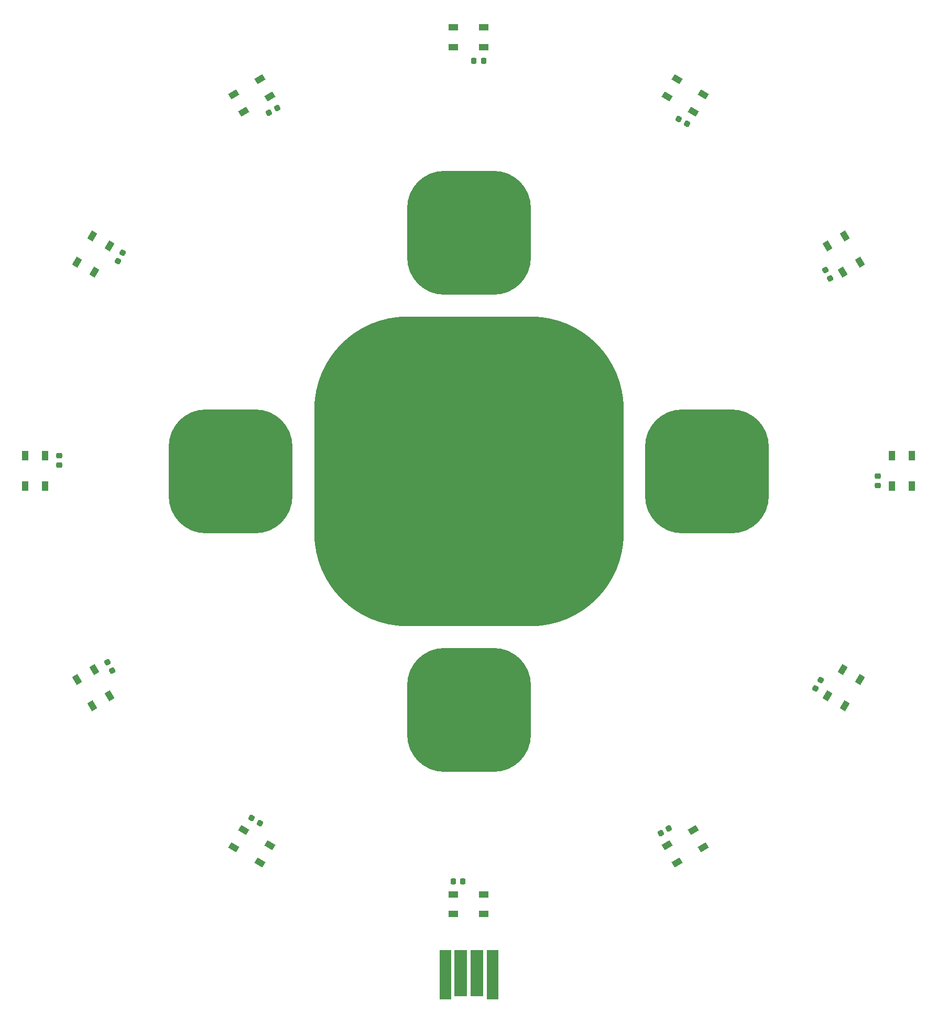
<source format=gtp>
G04 #@! TF.GenerationSoftware,KiCad,Pcbnew,6.0.11-2627ca5db0~126~ubuntu20.04.1*
G04 #@! TF.CreationDate,2023-02-06T20:23:24+01:00*
G04 #@! TF.ProjectId,Semafor,53656d61-666f-4722-9e6b-696361645f70,rev?*
G04 #@! TF.SameCoordinates,Original*
G04 #@! TF.FileFunction,Paste,Top*
G04 #@! TF.FilePolarity,Positive*
%FSLAX46Y46*%
G04 Gerber Fmt 4.6, Leading zero omitted, Abs format (unit mm)*
G04 Created by KiCad (PCBNEW 6.0.11-2627ca5db0~126~ubuntu20.04.1) date 2023-02-06 20:23:24*
%MOMM*%
%LPD*%
G01*
G04 APERTURE LIST*
G04 Aperture macros list*
%AMRoundRect*
0 Rectangle with rounded corners*
0 $1 Rounding radius*
0 $2 $3 $4 $5 $6 $7 $8 $9 X,Y pos of 4 corners*
0 Add a 4 corners polygon primitive as box body*
4,1,4,$2,$3,$4,$5,$6,$7,$8,$9,$2,$3,0*
0 Add four circle primitives for the rounded corners*
1,1,$1+$1,$2,$3*
1,1,$1+$1,$4,$5*
1,1,$1+$1,$6,$7*
1,1,$1+$1,$8,$9*
0 Add four rect primitives between the rounded corners*
20,1,$1+$1,$2,$3,$4,$5,0*
20,1,$1+$1,$4,$5,$6,$7,0*
20,1,$1+$1,$6,$7,$8,$9,0*
20,1,$1+$1,$8,$9,$2,$3,0*%
%AMRotRect*
0 Rectangle, with rotation*
0 The origin of the aperture is its center*
0 $1 length*
0 $2 width*
0 $3 Rotation angle, in degrees counterclockwise*
0 Add horizontal line*
21,1,$1,$2,0,0,$3*%
G04 Aperture macros list end*
%ADD10RoundRect,6.000000X-4.000000X-4.000000X4.000000X-4.000000X4.000000X4.000000X-4.000000X4.000000X0*%
%ADD11RotRect,1.500000X1.000000X60.000000*%
%ADD12R,1.000000X1.500000*%
%ADD13R,1.900000X8.000000*%
%ADD14R,2.000000X7.500000*%
%ADD15RoundRect,0.225000X-0.225000X-0.250000X0.225000X-0.250000X0.225000X0.250000X-0.225000X0.250000X0*%
%ADD16RoundRect,0.225000X0.104006X-0.319856X0.329006X0.069856X-0.104006X0.319856X-0.329006X-0.069856X0*%
%ADD17RoundRect,0.225000X-0.319856X-0.104006X0.069856X-0.329006X0.319856X0.104006X-0.069856X0.329006X0*%
%ADD18RoundRect,0.225000X-0.250000X0.225000X-0.250000X-0.225000X0.250000X-0.225000X0.250000X0.225000X0*%
%ADD19R,1.500000X1.000000*%
%ADD20RoundRect,0.225000X-0.329006X0.069856X-0.104006X-0.319856X0.329006X-0.069856X0.104006X0.319856X0*%
%ADD21RoundRect,0.225000X-0.069856X-0.329006X0.319856X-0.104006X0.069856X0.329006X-0.319856X0.104006X0*%
%ADD22RoundRect,15.000000X-10.000000X-10.000000X10.000000X-10.000000X10.000000X10.000000X-10.000000X10.000000X0*%
%ADD23RotRect,1.500000X1.000000X120.000000*%
%ADD24RotRect,1.500000X1.000000X300.000000*%
%ADD25RotRect,1.500000X1.000000X30.000000*%
%ADD26RoundRect,0.225000X0.319856X0.104006X-0.069856X0.329006X-0.319856X-0.104006X0.069856X-0.329006X0*%
%ADD27RoundRect,0.225000X0.250000X-0.225000X0.250000X0.225000X-0.250000X0.225000X-0.250000X-0.225000X0*%
%ADD28RoundRect,0.225000X0.225000X0.250000X-0.225000X0.250000X-0.225000X-0.250000X0.225000X-0.250000X0*%
%ADD29RotRect,1.500000X1.000000X240.000000*%
%ADD30RotRect,1.500000X1.000000X150.000000*%
%ADD31RoundRect,0.225000X-0.104006X0.319856X-0.329006X-0.069856X0.104006X-0.319856X0.329006X0.069856X0*%
%ADD32RotRect,1.500000X1.000000X210.000000*%
%ADD33RoundRect,0.225000X0.069856X0.329006X-0.319856X0.104006X-0.069856X-0.329006X0.319856X-0.104006X0*%
%ADD34RoundRect,0.225000X0.329006X-0.069856X0.104006X0.319856X-0.329006X0.069856X-0.104006X-0.319856X0*%
%ADD35RotRect,1.500000X1.000000X330.000000*%
G04 APERTURE END LIST*
D10*
G04 #@! TO.C,BTN3_DOWN1*
X-100000000Y61500000D03*
G04 #@! TD*
D11*
G04 #@! TO.C,D5*
X-42038862Y63778239D03*
X-39267580Y62178239D03*
X-36817580Y66421763D03*
X-39588862Y68021763D03*
G04 #@! TD*
D12*
G04 #@! TO.C,D4*
X-31650000Y97650001D03*
X-28450000Y97650001D03*
X-28450000Y102550001D03*
X-31650000Y102550001D03*
G04 #@! TD*
G04 #@! TO.C,D10*
X-168450000Y102550000D03*
X-171650000Y102550000D03*
X-171650000Y97650000D03*
X-168450000Y97650000D03*
G04 #@! TD*
D13*
G04 #@! TO.C,J2*
X-96190000Y18700000D03*
D14*
X-98700000Y18950000D03*
X-101300000Y18950000D03*
D13*
X-103810000Y18700000D03*
G04 #@! TD*
D15*
G04 #@! TO.C,C24*
X-102525000Y33800000D03*
X-100975000Y33800000D03*
G04 #@! TD*
D16*
G04 #@! TO.C,C20*
X-43975000Y64957660D03*
X-43200000Y66300000D03*
G04 #@! TD*
D17*
G04 #@! TO.C,C21*
X-135100000Y44000000D03*
X-133757660Y43225000D03*
G04 #@! TD*
D18*
G04 #@! TO.C,C17*
X-166150000Y102525000D03*
X-166150000Y100975000D03*
G04 #@! TD*
D19*
G04 #@! TO.C,D7*
X-102500000Y31700000D03*
X-102500000Y28500000D03*
X-97600000Y28500000D03*
X-97600000Y31700000D03*
G04 #@! TD*
D20*
G04 #@! TO.C,C18*
X-158437500Y69171170D03*
X-157662500Y67828830D03*
G04 #@! TD*
D21*
G04 #@! TO.C,C11*
X-69021170Y41562500D03*
X-67678830Y42337500D03*
G04 #@! TD*
D22*
G04 #@! TO.C,BTN1_ENTER1*
X-100000000Y100000000D03*
G04 #@! TD*
D19*
G04 #@! TO.C,D1*
X-97600000Y168500000D03*
X-97600000Y171700000D03*
X-102500000Y171700000D03*
X-102500000Y168500000D03*
G04 #@! TD*
D23*
G04 #@! TO.C,D3*
X-39588862Y132178238D03*
X-36817580Y133778238D03*
X-39267580Y138021762D03*
X-42038862Y136421762D03*
G04 #@! TD*
D24*
G04 #@! TO.C,D9*
X-160511137Y68021762D03*
X-163282419Y66421762D03*
X-160832419Y62178238D03*
X-158061137Y63778238D03*
G04 #@! TD*
D25*
G04 #@! TO.C,D6*
X-67971762Y39638863D03*
X-66371762Y36867581D03*
X-62128238Y39317581D03*
X-63728238Y42088863D03*
G04 #@! TD*
D26*
G04 #@! TO.C,C16*
X-64778830Y156162500D03*
X-66121170Y156937500D03*
G04 #@! TD*
D27*
G04 #@! TO.C,C22*
X-33900000Y97675000D03*
X-33900000Y99225000D03*
G04 #@! TD*
D28*
G04 #@! TO.C,C23*
X-97625000Y166300000D03*
X-99175000Y166300000D03*
G04 #@! TD*
D29*
G04 #@! TO.C,D11*
X-158061137Y136421762D03*
X-160832419Y138021762D03*
X-163282419Y133778238D03*
X-160511137Y132178238D03*
G04 #@! TD*
D30*
G04 #@! TO.C,D2*
X-63728238Y158111137D03*
X-62128238Y160882419D03*
X-66371762Y163332419D03*
X-67971762Y160561137D03*
G04 #@! TD*
D10*
G04 #@! TO.C,BTN5_LEFT1*
X-138500000Y100000000D03*
G04 #@! TD*
D31*
G04 #@! TO.C,C19*
X-155962500Y135271170D03*
X-156737500Y133928830D03*
G04 #@! TD*
D10*
G04 #@! TO.C,BTN2_UP1*
X-100000000Y138500000D03*
G04 #@! TD*
G04 #@! TO.C,BTN4_RIGHT1*
X-61500000Y100000000D03*
G04 #@! TD*
D32*
G04 #@! TO.C,D12*
X-132128238Y160561137D03*
X-133728238Y163332419D03*
X-137971762Y160882419D03*
X-136371762Y158111137D03*
G04 #@! TD*
D33*
G04 #@! TO.C,C12*
X-130978830Y158687500D03*
X-132321170Y157912500D03*
G04 #@! TD*
D34*
G04 #@! TO.C,C15*
X-41662500Y131128830D03*
X-42437500Y132471170D03*
G04 #@! TD*
D35*
G04 #@! TO.C,D8*
X-136371762Y42088863D03*
X-137971762Y39317581D03*
X-133728238Y36867581D03*
X-132128238Y39638863D03*
G04 #@! TD*
M02*

</source>
